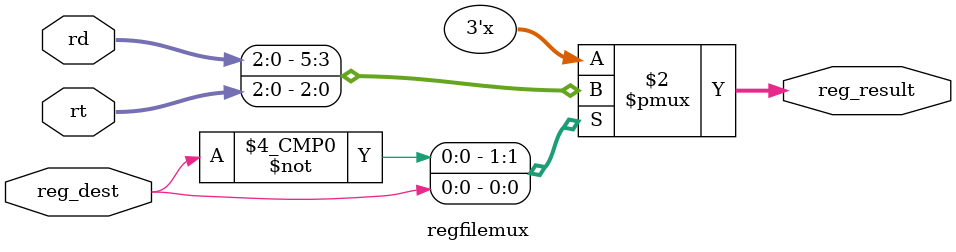
<source format=v>
module regfilemux(
    input reg_dest,
    input [2:0] rt, rd,
    output reg [2:0] reg_result //write register
);

always @(*)
begin
    case (reg_dest)
    1'b0: reg_result = rd; //Sets the write register to rd
    1'b1: reg_result = rt; //Sets the write register to rt
    endcase

end

endmodule
</source>
